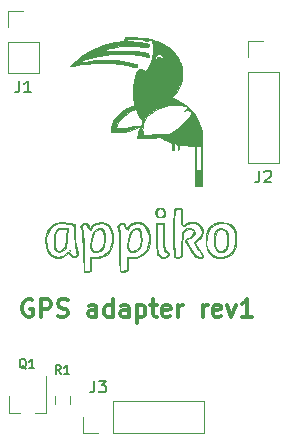
<source format=gto>
G04 #@! TF.GenerationSoftware,KiCad,Pcbnew,5.1.5-52549c5~84~ubuntu18.04.1*
G04 #@! TF.CreationDate,2020-02-14T16:30:54+05:30*
G04 #@! TF.ProjectId,SenseEle_GPS_adapter,53656e73-6545-46c6-955f-4750535f6164,rev?*
G04 #@! TF.SameCoordinates,Original*
G04 #@! TF.FileFunction,Legend,Top*
G04 #@! TF.FilePolarity,Positive*
%FSLAX46Y46*%
G04 Gerber Fmt 4.6, Leading zero omitted, Abs format (unit mm)*
G04 Created by KiCad (PCBNEW 5.1.5-52549c5~84~ubuntu18.04.1) date 2020-02-14 16:30:54*
%MOMM*%
%LPD*%
G04 APERTURE LIST*
%ADD10C,0.300000*%
%ADD11C,0.010000*%
%ADD12C,0.120000*%
%ADD13C,0.150000*%
G04 APERTURE END LIST*
D10*
X141742857Y-104400000D02*
X141600000Y-104328571D01*
X141385714Y-104328571D01*
X141171428Y-104400000D01*
X141028571Y-104542857D01*
X140957142Y-104685714D01*
X140885714Y-104971428D01*
X140885714Y-105185714D01*
X140957142Y-105471428D01*
X141028571Y-105614285D01*
X141171428Y-105757142D01*
X141385714Y-105828571D01*
X141528571Y-105828571D01*
X141742857Y-105757142D01*
X141814285Y-105685714D01*
X141814285Y-105185714D01*
X141528571Y-105185714D01*
X142457142Y-105828571D02*
X142457142Y-104328571D01*
X143028571Y-104328571D01*
X143171428Y-104400000D01*
X143242857Y-104471428D01*
X143314285Y-104614285D01*
X143314285Y-104828571D01*
X143242857Y-104971428D01*
X143171428Y-105042857D01*
X143028571Y-105114285D01*
X142457142Y-105114285D01*
X143885714Y-105757142D02*
X144100000Y-105828571D01*
X144457142Y-105828571D01*
X144600000Y-105757142D01*
X144671428Y-105685714D01*
X144742857Y-105542857D01*
X144742857Y-105400000D01*
X144671428Y-105257142D01*
X144600000Y-105185714D01*
X144457142Y-105114285D01*
X144171428Y-105042857D01*
X144028571Y-104971428D01*
X143957142Y-104900000D01*
X143885714Y-104757142D01*
X143885714Y-104614285D01*
X143957142Y-104471428D01*
X144028571Y-104400000D01*
X144171428Y-104328571D01*
X144528571Y-104328571D01*
X144742857Y-104400000D01*
X147171428Y-105828571D02*
X147171428Y-105042857D01*
X147100000Y-104900000D01*
X146957142Y-104828571D01*
X146671428Y-104828571D01*
X146528571Y-104900000D01*
X147171428Y-105757142D02*
X147028571Y-105828571D01*
X146671428Y-105828571D01*
X146528571Y-105757142D01*
X146457142Y-105614285D01*
X146457142Y-105471428D01*
X146528571Y-105328571D01*
X146671428Y-105257142D01*
X147028571Y-105257142D01*
X147171428Y-105185714D01*
X148528571Y-105828571D02*
X148528571Y-104328571D01*
X148528571Y-105757142D02*
X148385714Y-105828571D01*
X148100000Y-105828571D01*
X147957142Y-105757142D01*
X147885714Y-105685714D01*
X147814285Y-105542857D01*
X147814285Y-105114285D01*
X147885714Y-104971428D01*
X147957142Y-104900000D01*
X148100000Y-104828571D01*
X148385714Y-104828571D01*
X148528571Y-104900000D01*
X149885714Y-105828571D02*
X149885714Y-105042857D01*
X149814285Y-104900000D01*
X149671428Y-104828571D01*
X149385714Y-104828571D01*
X149242857Y-104900000D01*
X149885714Y-105757142D02*
X149742857Y-105828571D01*
X149385714Y-105828571D01*
X149242857Y-105757142D01*
X149171428Y-105614285D01*
X149171428Y-105471428D01*
X149242857Y-105328571D01*
X149385714Y-105257142D01*
X149742857Y-105257142D01*
X149885714Y-105185714D01*
X150600000Y-104828571D02*
X150600000Y-106328571D01*
X150600000Y-104900000D02*
X150742857Y-104828571D01*
X151028571Y-104828571D01*
X151171428Y-104900000D01*
X151242857Y-104971428D01*
X151314285Y-105114285D01*
X151314285Y-105542857D01*
X151242857Y-105685714D01*
X151171428Y-105757142D01*
X151028571Y-105828571D01*
X150742857Y-105828571D01*
X150600000Y-105757142D01*
X151742857Y-104828571D02*
X152314285Y-104828571D01*
X151957142Y-104328571D02*
X151957142Y-105614285D01*
X152028571Y-105757142D01*
X152171428Y-105828571D01*
X152314285Y-105828571D01*
X153385714Y-105757142D02*
X153242857Y-105828571D01*
X152957142Y-105828571D01*
X152814285Y-105757142D01*
X152742857Y-105614285D01*
X152742857Y-105042857D01*
X152814285Y-104900000D01*
X152957142Y-104828571D01*
X153242857Y-104828571D01*
X153385714Y-104900000D01*
X153457142Y-105042857D01*
X153457142Y-105185714D01*
X152742857Y-105328571D01*
X154100000Y-105828571D02*
X154100000Y-104828571D01*
X154100000Y-105114285D02*
X154171428Y-104971428D01*
X154242857Y-104900000D01*
X154385714Y-104828571D01*
X154528571Y-104828571D01*
X156171428Y-105828571D02*
X156171428Y-104828571D01*
X156171428Y-105114285D02*
X156242857Y-104971428D01*
X156314285Y-104900000D01*
X156457142Y-104828571D01*
X156600000Y-104828571D01*
X157671428Y-105757142D02*
X157528571Y-105828571D01*
X157242857Y-105828571D01*
X157100000Y-105757142D01*
X157028571Y-105614285D01*
X157028571Y-105042857D01*
X157100000Y-104900000D01*
X157242857Y-104828571D01*
X157528571Y-104828571D01*
X157671428Y-104900000D01*
X157742857Y-105042857D01*
X157742857Y-105185714D01*
X157028571Y-105328571D01*
X158242857Y-104828571D02*
X158600000Y-105828571D01*
X158957142Y-104828571D01*
X160314285Y-105828571D02*
X159457142Y-105828571D01*
X159885714Y-105828571D02*
X159885714Y-104328571D01*
X159742857Y-104542857D01*
X159600000Y-104685714D01*
X159457142Y-104757142D01*
D11*
G36*
X157989914Y-98358463D02*
G01*
X158192887Y-98552763D01*
X158304506Y-98881929D01*
X158326789Y-99350323D01*
X158306832Y-99621177D01*
X158249833Y-99974849D01*
X158151777Y-100190187D01*
X157988040Y-100297392D01*
X157733996Y-100326665D01*
X157731584Y-100326666D01*
X157482262Y-100297706D01*
X157321312Y-100187341D01*
X157258853Y-100103257D01*
X157160476Y-99859845D01*
X157116278Y-99497548D01*
X157115001Y-99434842D01*
X157188462Y-99434842D01*
X157230266Y-99768279D01*
X157320427Y-100019898D01*
X157358408Y-100072013D01*
X157579560Y-100211168D01*
X157829984Y-100220994D01*
X158049371Y-100107981D01*
X158138987Y-99988000D01*
X158228437Y-99693662D01*
X158251960Y-99340937D01*
X158215738Y-98983199D01*
X158125953Y-98673820D01*
X157988787Y-98466173D01*
X157960158Y-98444129D01*
X157729938Y-98381894D01*
X157483534Y-98450836D01*
X157354690Y-98553428D01*
X157250525Y-98766437D01*
X157195165Y-99080568D01*
X157188462Y-99434842D01*
X157115001Y-99434842D01*
X157112470Y-99310666D01*
X157143383Y-98852512D01*
X157241260Y-98539505D01*
X157413812Y-98358167D01*
X157668749Y-98295016D01*
X157693570Y-98294666D01*
X157989914Y-98358463D01*
G37*
X157989914Y-98358463D02*
X158192887Y-98552763D01*
X158304506Y-98881929D01*
X158326789Y-99350323D01*
X158306832Y-99621177D01*
X158249833Y-99974849D01*
X158151777Y-100190187D01*
X157988040Y-100297392D01*
X157733996Y-100326665D01*
X157731584Y-100326666D01*
X157482262Y-100297706D01*
X157321312Y-100187341D01*
X157258853Y-100103257D01*
X157160476Y-99859845D01*
X157116278Y-99497548D01*
X157115001Y-99434842D01*
X157188462Y-99434842D01*
X157230266Y-99768279D01*
X157320427Y-100019898D01*
X157358408Y-100072013D01*
X157579560Y-100211168D01*
X157829984Y-100220994D01*
X158049371Y-100107981D01*
X158138987Y-99988000D01*
X158228437Y-99693662D01*
X158251960Y-99340937D01*
X158215738Y-98983199D01*
X158125953Y-98673820D01*
X157988787Y-98466173D01*
X157960158Y-98444129D01*
X157729938Y-98381894D01*
X157483534Y-98450836D01*
X157354690Y-98553428D01*
X157250525Y-98766437D01*
X157195165Y-99080568D01*
X157188462Y-99434842D01*
X157115001Y-99434842D01*
X157112470Y-99310666D01*
X157143383Y-98852512D01*
X157241260Y-98539505D01*
X157413812Y-98358167D01*
X157668749Y-98295016D01*
X157693570Y-98294666D01*
X157989914Y-98358463D01*
G36*
X144955333Y-100199666D02*
G01*
X144913000Y-100242000D01*
X144870666Y-100199666D01*
X144913000Y-100157333D01*
X144955333Y-100199666D01*
G37*
X144955333Y-100199666D02*
X144913000Y-100242000D01*
X144870666Y-100199666D01*
X144913000Y-100157333D01*
X144955333Y-100199666D01*
G36*
X144688590Y-99050601D02*
G01*
X144664657Y-99451466D01*
X144624215Y-99726898D01*
X144558152Y-99920634D01*
X144481295Y-100045434D01*
X144268345Y-100233283D01*
X144019724Y-100313810D01*
X143789067Y-100277293D01*
X143678121Y-100191027D01*
X143601548Y-100003570D01*
X143560231Y-99705368D01*
X143553173Y-99351085D01*
X143553335Y-99348876D01*
X143643000Y-99348876D01*
X143674193Y-99790250D01*
X143764023Y-100087726D01*
X143906868Y-100236079D01*
X144097104Y-100230084D01*
X144329107Y-100064515D01*
X144369074Y-100023562D01*
X144473715Y-99890314D01*
X144539590Y-99732203D01*
X144578267Y-99503410D01*
X144601313Y-99158115D01*
X144604188Y-99092229D01*
X144634043Y-98379333D01*
X144299810Y-98379333D01*
X144008215Y-98415288D01*
X143812393Y-98537970D01*
X143697287Y-98769603D01*
X143647841Y-99132413D01*
X143643000Y-99348876D01*
X143553335Y-99348876D01*
X143579382Y-98995386D01*
X143637862Y-98692933D01*
X143708451Y-98524132D01*
X143823221Y-98384334D01*
X143968029Y-98316137D01*
X144204110Y-98295311D01*
X144288375Y-98294666D01*
X144718181Y-98294666D01*
X144688590Y-99050601D01*
G37*
X144688590Y-99050601D02*
X144664657Y-99451466D01*
X144624215Y-99726898D01*
X144558152Y-99920634D01*
X144481295Y-100045434D01*
X144268345Y-100233283D01*
X144019724Y-100313810D01*
X143789067Y-100277293D01*
X143678121Y-100191027D01*
X143601548Y-100003570D01*
X143560231Y-99705368D01*
X143553173Y-99351085D01*
X143553335Y-99348876D01*
X143643000Y-99348876D01*
X143674193Y-99790250D01*
X143764023Y-100087726D01*
X143906868Y-100236079D01*
X144097104Y-100230084D01*
X144329107Y-100064515D01*
X144369074Y-100023562D01*
X144473715Y-99890314D01*
X144539590Y-99732203D01*
X144578267Y-99503410D01*
X144601313Y-99158115D01*
X144604188Y-99092229D01*
X144634043Y-98379333D01*
X144299810Y-98379333D01*
X144008215Y-98415288D01*
X143812393Y-98537970D01*
X143697287Y-98769603D01*
X143647841Y-99132413D01*
X143643000Y-99348876D01*
X143553335Y-99348876D01*
X143579382Y-98995386D01*
X143637862Y-98692933D01*
X143708451Y-98524132D01*
X143823221Y-98384334D01*
X143968029Y-98316137D01*
X144204110Y-98295311D01*
X144288375Y-98294666D01*
X144718181Y-98294666D01*
X144688590Y-99050601D01*
G36*
X150696205Y-98323056D02*
G01*
X150845988Y-98418209D01*
X150936669Y-98619772D01*
X150981274Y-98951006D01*
X150991550Y-99234753D01*
X150968248Y-99686984D01*
X150872847Y-100000606D01*
X150691529Y-100195997D01*
X150410474Y-100293535D01*
X150262396Y-100310026D01*
X150020691Y-100317054D01*
X149895234Y-100281119D01*
X149834122Y-100179230D01*
X149815347Y-100111998D01*
X149795956Y-99910205D01*
X149864909Y-99910205D01*
X149894433Y-100109306D01*
X150016384Y-100220795D01*
X150225166Y-100246307D01*
X150465117Y-100191354D01*
X150680577Y-100061450D01*
X150714813Y-100028048D01*
X150823426Y-99889431D01*
X150883000Y-99730682D01*
X150906092Y-99498943D01*
X150906664Y-99220573D01*
X150886782Y-98888865D01*
X150843407Y-98628945D01*
X150791173Y-98498910D01*
X150610413Y-98393344D01*
X150393063Y-98422626D01*
X150184971Y-98573691D01*
X150094901Y-98697309D01*
X150001183Y-98933179D01*
X149925678Y-99255742D01*
X149877287Y-99602313D01*
X149864909Y-99910205D01*
X149795956Y-99910205D01*
X149785569Y-99802126D01*
X149812347Y-99410408D01*
X149885906Y-99010796D01*
X149996472Y-98677246D01*
X150008285Y-98652215D01*
X150135682Y-98440879D01*
X150285297Y-98342550D01*
X150474295Y-98311052D01*
X150696205Y-98323056D01*
G37*
X150696205Y-98323056D02*
X150845988Y-98418209D01*
X150936669Y-98619772D01*
X150981274Y-98951006D01*
X150991550Y-99234753D01*
X150968248Y-99686984D01*
X150872847Y-100000606D01*
X150691529Y-100195997D01*
X150410474Y-100293535D01*
X150262396Y-100310026D01*
X150020691Y-100317054D01*
X149895234Y-100281119D01*
X149834122Y-100179230D01*
X149815347Y-100111998D01*
X149795956Y-99910205D01*
X149864909Y-99910205D01*
X149894433Y-100109306D01*
X150016384Y-100220795D01*
X150225166Y-100246307D01*
X150465117Y-100191354D01*
X150680577Y-100061450D01*
X150714813Y-100028048D01*
X150823426Y-99889431D01*
X150883000Y-99730682D01*
X150906092Y-99498943D01*
X150906664Y-99220573D01*
X150886782Y-98888865D01*
X150843407Y-98628945D01*
X150791173Y-98498910D01*
X150610413Y-98393344D01*
X150393063Y-98422626D01*
X150184971Y-98573691D01*
X150094901Y-98697309D01*
X150001183Y-98933179D01*
X149925678Y-99255742D01*
X149877287Y-99602313D01*
X149864909Y-99910205D01*
X149795956Y-99910205D01*
X149785569Y-99802126D01*
X149812347Y-99410408D01*
X149885906Y-99010796D01*
X149996472Y-98677246D01*
X150008285Y-98652215D01*
X150135682Y-98440879D01*
X150285297Y-98342550D01*
X150474295Y-98311052D01*
X150696205Y-98323056D01*
G36*
X147557718Y-98317084D02*
G01*
X147700989Y-98398254D01*
X147795152Y-98584192D01*
X147863918Y-98904529D01*
X147875319Y-98978019D01*
X147888651Y-99349421D01*
X147832898Y-99724137D01*
X147721424Y-100039884D01*
X147614048Y-100195856D01*
X147430711Y-100286849D01*
X147146155Y-100326207D01*
X147109898Y-100326666D01*
X146872072Y-100314709D01*
X146749670Y-100260668D01*
X146689431Y-100137289D01*
X146681544Y-100107471D01*
X146662807Y-99910246D01*
X146732232Y-99910246D01*
X146761766Y-100109306D01*
X146881633Y-100213887D01*
X147090940Y-100244904D01*
X147328267Y-100205703D01*
X147532196Y-100099631D01*
X147568653Y-100065340D01*
X147700199Y-99856292D01*
X147787560Y-99599067D01*
X147788205Y-99595670D01*
X147812054Y-99299095D01*
X147790457Y-98976782D01*
X147732281Y-98687823D01*
X147646397Y-98491310D01*
X147617789Y-98460228D01*
X147412835Y-98385842D01*
X147189997Y-98454490D01*
X146991493Y-98650901D01*
X146962381Y-98697309D01*
X146868594Y-98933164D01*
X146793034Y-99255736D01*
X146744611Y-99602328D01*
X146732232Y-99910246D01*
X146662807Y-99910246D01*
X146652484Y-99801595D01*
X146679282Y-99413186D01*
X146752130Y-99015795D01*
X146861219Y-98682971D01*
X146875618Y-98652215D01*
X147003015Y-98440879D01*
X147152630Y-98342550D01*
X147341629Y-98311052D01*
X147557718Y-98317084D01*
G37*
X147557718Y-98317084D02*
X147700989Y-98398254D01*
X147795152Y-98584192D01*
X147863918Y-98904529D01*
X147875319Y-98978019D01*
X147888651Y-99349421D01*
X147832898Y-99724137D01*
X147721424Y-100039884D01*
X147614048Y-100195856D01*
X147430711Y-100286849D01*
X147146155Y-100326207D01*
X147109898Y-100326666D01*
X146872072Y-100314709D01*
X146749670Y-100260668D01*
X146689431Y-100137289D01*
X146681544Y-100107471D01*
X146662807Y-99910246D01*
X146732232Y-99910246D01*
X146761766Y-100109306D01*
X146881633Y-100213887D01*
X147090940Y-100244904D01*
X147328267Y-100205703D01*
X147532196Y-100099631D01*
X147568653Y-100065340D01*
X147700199Y-99856292D01*
X147787560Y-99599067D01*
X147788205Y-99595670D01*
X147812054Y-99299095D01*
X147790457Y-98976782D01*
X147732281Y-98687823D01*
X147646397Y-98491310D01*
X147617789Y-98460228D01*
X147412835Y-98385842D01*
X147189997Y-98454490D01*
X146991493Y-98650901D01*
X146962381Y-98697309D01*
X146868594Y-98933164D01*
X146793034Y-99255736D01*
X146744611Y-99602328D01*
X146732232Y-99910246D01*
X146662807Y-99910246D01*
X146652484Y-99801595D01*
X146679282Y-99413186D01*
X146752130Y-99015795D01*
X146861219Y-98682971D01*
X146875618Y-98652215D01*
X147003015Y-98440879D01*
X147152630Y-98342550D01*
X147341629Y-98311052D01*
X147557718Y-98317084D01*
G36*
X152823552Y-96642142D02*
G01*
X152975897Y-96818140D01*
X153007747Y-97054459D01*
X152933022Y-97250787D01*
X152779235Y-97361064D01*
X152550544Y-97407644D01*
X152334180Y-97375667D01*
X152300166Y-97358598D01*
X152189898Y-97207120D01*
X152156655Y-96989455D01*
X152260173Y-96989455D01*
X152292503Y-97191151D01*
X152322245Y-97237432D01*
X152459091Y-97347992D01*
X152622502Y-97335250D01*
X152750232Y-97275687D01*
X152887168Y-97129488D01*
X152904484Y-96943329D01*
X152826009Y-96767228D01*
X152675573Y-96651205D01*
X152477002Y-96645280D01*
X152453735Y-96653309D01*
X152320117Y-96782632D01*
X152260173Y-96989455D01*
X152156655Y-96989455D01*
X152154755Y-96977018D01*
X152202781Y-96745148D01*
X152230514Y-96693055D01*
X152362171Y-96608676D01*
X152573079Y-96573115D01*
X152575333Y-96573111D01*
X152823552Y-96642142D01*
G37*
X152823552Y-96642142D02*
X152975897Y-96818140D01*
X153007747Y-97054459D01*
X152933022Y-97250787D01*
X152779235Y-97361064D01*
X152550544Y-97407644D01*
X152334180Y-97375667D01*
X152300166Y-97358598D01*
X152189898Y-97207120D01*
X152156655Y-96989455D01*
X152260173Y-96989455D01*
X152292503Y-97191151D01*
X152322245Y-97237432D01*
X152459091Y-97347992D01*
X152622502Y-97335250D01*
X152750232Y-97275687D01*
X152887168Y-97129488D01*
X152904484Y-96943329D01*
X152826009Y-96767228D01*
X152675573Y-96651205D01*
X152477002Y-96645280D01*
X152453735Y-96653309D01*
X152320117Y-96782632D01*
X152260173Y-96989455D01*
X152156655Y-96989455D01*
X152154755Y-96977018D01*
X152202781Y-96745148D01*
X152230514Y-96693055D01*
X152362171Y-96608676D01*
X152573079Y-96573115D01*
X152575333Y-96573111D01*
X152823552Y-96642142D01*
G36*
X158159786Y-97832087D02*
G01*
X158527542Y-97972309D01*
X158786850Y-98234729D01*
X158943879Y-98626219D01*
X159004801Y-99153651D01*
X159005933Y-99286780D01*
X158952407Y-99843920D01*
X158796944Y-100268687D01*
X158533919Y-100567985D01*
X158157709Y-100748714D01*
X157762304Y-100813180D01*
X157396541Y-100813141D01*
X157117813Y-100748197D01*
X156978000Y-100682087D01*
X156712943Y-100446204D01*
X156527923Y-100099741D01*
X156423856Y-99681828D01*
X156416710Y-99536863D01*
X156485373Y-99536863D01*
X156568227Y-99959482D01*
X156745846Y-100321745D01*
X157007023Y-100575900D01*
X157367408Y-100716791D01*
X157780597Y-100741553D01*
X158175892Y-100649901D01*
X158312273Y-100581124D01*
X158625732Y-100324090D01*
X158821547Y-99993046D01*
X158913576Y-99558684D01*
X158925016Y-99285295D01*
X158891815Y-98805782D01*
X158781851Y-98447441D01*
X158580491Y-98173922D01*
X158426707Y-98047341D01*
X158102886Y-97907985D01*
X157710946Y-97870919D01*
X157317887Y-97936373D01*
X157078910Y-98042732D01*
X156794053Y-98306823D01*
X156599421Y-98670538D01*
X156496149Y-99093883D01*
X156485373Y-99536863D01*
X156416710Y-99536863D01*
X156401660Y-99231599D01*
X156462252Y-98788184D01*
X156606548Y-98390715D01*
X156835466Y-98078325D01*
X156915411Y-98011013D01*
X157185318Y-97881410D01*
X157577186Y-97814168D01*
X157677411Y-97807191D01*
X158159786Y-97832087D01*
G37*
X158159786Y-97832087D02*
X158527542Y-97972309D01*
X158786850Y-98234729D01*
X158943879Y-98626219D01*
X159004801Y-99153651D01*
X159005933Y-99286780D01*
X158952407Y-99843920D01*
X158796944Y-100268687D01*
X158533919Y-100567985D01*
X158157709Y-100748714D01*
X157762304Y-100813180D01*
X157396541Y-100813141D01*
X157117813Y-100748197D01*
X156978000Y-100682087D01*
X156712943Y-100446204D01*
X156527923Y-100099741D01*
X156423856Y-99681828D01*
X156416710Y-99536863D01*
X156485373Y-99536863D01*
X156568227Y-99959482D01*
X156745846Y-100321745D01*
X157007023Y-100575900D01*
X157367408Y-100716791D01*
X157780597Y-100741553D01*
X158175892Y-100649901D01*
X158312273Y-100581124D01*
X158625732Y-100324090D01*
X158821547Y-99993046D01*
X158913576Y-99558684D01*
X158925016Y-99285295D01*
X158891815Y-98805782D01*
X158781851Y-98447441D01*
X158580491Y-98173922D01*
X158426707Y-98047341D01*
X158102886Y-97907985D01*
X157710946Y-97870919D01*
X157317887Y-97936373D01*
X157078910Y-98042732D01*
X156794053Y-98306823D01*
X156599421Y-98670538D01*
X156496149Y-99093883D01*
X156485373Y-99536863D01*
X156416710Y-99536863D01*
X156401660Y-99231599D01*
X156462252Y-98788184D01*
X156606548Y-98390715D01*
X156835466Y-98078325D01*
X156915411Y-98011013D01*
X157185318Y-97881410D01*
X157577186Y-97814168D01*
X157677411Y-97807191D01*
X158159786Y-97832087D01*
G36*
X154332166Y-96591961D02*
G01*
X154387056Y-96653894D01*
X154420987Y-96840048D01*
X154436427Y-97168542D01*
X154438000Y-97369380D01*
X154440653Y-97728763D01*
X154452070Y-97944376D01*
X154477440Y-98041746D01*
X154521949Y-98046397D01*
X154567721Y-98007706D01*
X154790680Y-97880091D01*
X155112206Y-97809324D01*
X155467651Y-97807148D01*
X155581640Y-97823534D01*
X155884287Y-97957072D01*
X156081190Y-98214254D01*
X156160469Y-98577784D01*
X156161035Y-98667030D01*
X156128013Y-98916060D01*
X156018225Y-99107949D01*
X155851793Y-99269601D01*
X155551545Y-99529145D01*
X155890194Y-100061776D01*
X156048638Y-100335318D01*
X156153617Y-100564659D01*
X156185104Y-100705113D01*
X156182745Y-100714537D01*
X156069191Y-100803915D01*
X155866734Y-100831033D01*
X155644519Y-100794415D01*
X155512555Y-100728833D01*
X155400305Y-100604301D01*
X155243269Y-100380265D01*
X155067959Y-100101349D01*
X154900886Y-99812183D01*
X154768561Y-99557391D01*
X154697496Y-99381602D01*
X154692000Y-99347583D01*
X154761622Y-99239288D01*
X154932714Y-99120647D01*
X154967951Y-99102997D01*
X155232425Y-98933584D01*
X155383115Y-98744063D01*
X155400412Y-98564315D01*
X155363827Y-98499698D01*
X155174050Y-98388498D01*
X154932702Y-98396069D01*
X154700169Y-98514146D01*
X154613478Y-98602418D01*
X154535505Y-98720828D01*
X154484447Y-98863418D01*
X154454829Y-99066900D01*
X154441174Y-99367985D01*
X154438000Y-99778692D01*
X154434256Y-100204929D01*
X154420483Y-100490572D01*
X154392862Y-100664248D01*
X154347579Y-100754583D01*
X154304075Y-100783274D01*
X154003225Y-100824982D01*
X153781833Y-100778593D01*
X153746003Y-100722134D01*
X153718631Y-100574817D01*
X153698896Y-100320907D01*
X153685977Y-99944669D01*
X153679053Y-99430367D01*
X153677296Y-98774444D01*
X153679734Y-98310324D01*
X153760655Y-98310324D01*
X153760666Y-98701231D01*
X153763199Y-99257747D01*
X153770299Y-99756986D01*
X153781220Y-100174249D01*
X153795215Y-100484836D01*
X153811538Y-100664048D01*
X153820998Y-100697442D01*
X153942925Y-100734526D01*
X154096164Y-100732720D01*
X154186395Y-100717286D01*
X154248308Y-100676744D01*
X154288910Y-100582392D01*
X154315207Y-100405528D01*
X154334205Y-100117453D01*
X154352909Y-99689464D01*
X154353333Y-99679173D01*
X154383398Y-99160113D01*
X154431860Y-98787157D01*
X154510181Y-98537221D01*
X154629824Y-98387218D01*
X154802254Y-98314062D01*
X155038934Y-98294667D01*
X155040810Y-98294666D01*
X155308353Y-98351063D01*
X155461169Y-98495253D01*
X155498434Y-98689730D01*
X155419328Y-98896991D01*
X155223027Y-99079533D01*
X155059718Y-99157664D01*
X154872549Y-99240829D01*
X154779082Y-99312698D01*
X154776666Y-99321607D01*
X154817913Y-99425387D01*
X154924830Y-99628859D01*
X155072184Y-99888851D01*
X155234743Y-100162189D01*
X155387271Y-100405701D01*
X155504537Y-100576214D01*
X155524928Y-100601833D01*
X155651757Y-100683462D01*
X155836432Y-100739187D01*
X156014691Y-100758013D01*
X156122270Y-100728944D01*
X156131333Y-100705591D01*
X156089281Y-100617640D01*
X155978164Y-100425960D01*
X155820540Y-100169226D01*
X155792666Y-100124942D01*
X155628929Y-99855550D01*
X155508705Y-99638434D01*
X155454922Y-99515369D01*
X155454000Y-99507939D01*
X155516151Y-99409582D01*
X155669840Y-99268696D01*
X155712255Y-99236241D01*
X155981050Y-98961820D01*
X156089020Y-98660537D01*
X156038821Y-98360393D01*
X155838718Y-98073005D01*
X155547572Y-97908000D01*
X155199344Y-97873540D01*
X154827999Y-97977782D01*
X154710625Y-98041284D01*
X154559870Y-98126075D01*
X154459615Y-98145969D01*
X154398040Y-98078374D01*
X154363330Y-97900701D01*
X154343667Y-97590359D01*
X154333836Y-97321000D01*
X154319051Y-96984601D01*
X154296303Y-96784852D01*
X154255964Y-96689079D01*
X154188404Y-96664605D01*
X154141666Y-96668855D01*
X154020726Y-96688046D01*
X153928523Y-96718828D01*
X153861160Y-96781976D01*
X153814744Y-96898264D01*
X153785380Y-97088469D01*
X153769174Y-97373363D01*
X153762230Y-97773724D01*
X153760655Y-98310324D01*
X153679734Y-98310324D01*
X153680254Y-98211499D01*
X153687841Y-97703251D01*
X153699282Y-97274829D01*
X153713803Y-96951363D01*
X153730627Y-96757985D01*
X153740796Y-96715835D01*
X153875197Y-96634420D01*
X154112823Y-96590780D01*
X154332166Y-96591961D01*
G37*
X154332166Y-96591961D02*
X154387056Y-96653894D01*
X154420987Y-96840048D01*
X154436427Y-97168542D01*
X154438000Y-97369380D01*
X154440653Y-97728763D01*
X154452070Y-97944376D01*
X154477440Y-98041746D01*
X154521949Y-98046397D01*
X154567721Y-98007706D01*
X154790680Y-97880091D01*
X155112206Y-97809324D01*
X155467651Y-97807148D01*
X155581640Y-97823534D01*
X155884287Y-97957072D01*
X156081190Y-98214254D01*
X156160469Y-98577784D01*
X156161035Y-98667030D01*
X156128013Y-98916060D01*
X156018225Y-99107949D01*
X155851793Y-99269601D01*
X155551545Y-99529145D01*
X155890194Y-100061776D01*
X156048638Y-100335318D01*
X156153617Y-100564659D01*
X156185104Y-100705113D01*
X156182745Y-100714537D01*
X156069191Y-100803915D01*
X155866734Y-100831033D01*
X155644519Y-100794415D01*
X155512555Y-100728833D01*
X155400305Y-100604301D01*
X155243269Y-100380265D01*
X155067959Y-100101349D01*
X154900886Y-99812183D01*
X154768561Y-99557391D01*
X154697496Y-99381602D01*
X154692000Y-99347583D01*
X154761622Y-99239288D01*
X154932714Y-99120647D01*
X154967951Y-99102997D01*
X155232425Y-98933584D01*
X155383115Y-98744063D01*
X155400412Y-98564315D01*
X155363827Y-98499698D01*
X155174050Y-98388498D01*
X154932702Y-98396069D01*
X154700169Y-98514146D01*
X154613478Y-98602418D01*
X154535505Y-98720828D01*
X154484447Y-98863418D01*
X154454829Y-99066900D01*
X154441174Y-99367985D01*
X154438000Y-99778692D01*
X154434256Y-100204929D01*
X154420483Y-100490572D01*
X154392862Y-100664248D01*
X154347579Y-100754583D01*
X154304075Y-100783274D01*
X154003225Y-100824982D01*
X153781833Y-100778593D01*
X153746003Y-100722134D01*
X153718631Y-100574817D01*
X153698896Y-100320907D01*
X153685977Y-99944669D01*
X153679053Y-99430367D01*
X153677296Y-98774444D01*
X153679734Y-98310324D01*
X153760655Y-98310324D01*
X153760666Y-98701231D01*
X153763199Y-99257747D01*
X153770299Y-99756986D01*
X153781220Y-100174249D01*
X153795215Y-100484836D01*
X153811538Y-100664048D01*
X153820998Y-100697442D01*
X153942925Y-100734526D01*
X154096164Y-100732720D01*
X154186395Y-100717286D01*
X154248308Y-100676744D01*
X154288910Y-100582392D01*
X154315207Y-100405528D01*
X154334205Y-100117453D01*
X154352909Y-99689464D01*
X154353333Y-99679173D01*
X154383398Y-99160113D01*
X154431860Y-98787157D01*
X154510181Y-98537221D01*
X154629824Y-98387218D01*
X154802254Y-98314062D01*
X155038934Y-98294667D01*
X155040810Y-98294666D01*
X155308353Y-98351063D01*
X155461169Y-98495253D01*
X155498434Y-98689730D01*
X155419328Y-98896991D01*
X155223027Y-99079533D01*
X155059718Y-99157664D01*
X154872549Y-99240829D01*
X154779082Y-99312698D01*
X154776666Y-99321607D01*
X154817913Y-99425387D01*
X154924830Y-99628859D01*
X155072184Y-99888851D01*
X155234743Y-100162189D01*
X155387271Y-100405701D01*
X155504537Y-100576214D01*
X155524928Y-100601833D01*
X155651757Y-100683462D01*
X155836432Y-100739187D01*
X156014691Y-100758013D01*
X156122270Y-100728944D01*
X156131333Y-100705591D01*
X156089281Y-100617640D01*
X155978164Y-100425960D01*
X155820540Y-100169226D01*
X155792666Y-100124942D01*
X155628929Y-99855550D01*
X155508705Y-99638434D01*
X155454922Y-99515369D01*
X155454000Y-99507939D01*
X155516151Y-99409582D01*
X155669840Y-99268696D01*
X155712255Y-99236241D01*
X155981050Y-98961820D01*
X156089020Y-98660537D01*
X156038821Y-98360393D01*
X155838718Y-98073005D01*
X155547572Y-97908000D01*
X155199344Y-97873540D01*
X154827999Y-97977782D01*
X154710625Y-98041284D01*
X154559870Y-98126075D01*
X154459615Y-98145969D01*
X154398040Y-98078374D01*
X154363330Y-97900701D01*
X154343667Y-97590359D01*
X154333836Y-97321000D01*
X154319051Y-96984601D01*
X154296303Y-96784852D01*
X154255964Y-96689079D01*
X154188404Y-96664605D01*
X154141666Y-96668855D01*
X154020726Y-96688046D01*
X153928523Y-96718828D01*
X153861160Y-96781976D01*
X153814744Y-96898264D01*
X153785380Y-97088469D01*
X153769174Y-97373363D01*
X153762230Y-97773724D01*
X153760655Y-98310324D01*
X153679734Y-98310324D01*
X153680254Y-98211499D01*
X153687841Y-97703251D01*
X153699282Y-97274829D01*
X153713803Y-96951363D01*
X153730627Y-96757985D01*
X153740796Y-96715835D01*
X153875197Y-96634420D01*
X154112823Y-96590780D01*
X154332166Y-96591961D01*
G36*
X152914000Y-99022259D02*
G01*
X152915717Y-99485675D01*
X152923333Y-99807064D01*
X152940542Y-100013718D01*
X152971037Y-100132929D01*
X153018514Y-100191990D01*
X153075505Y-100215420D01*
X153233826Y-100328961D01*
X153283564Y-100513746D01*
X153207151Y-100698227D01*
X153196748Y-100709156D01*
X152977092Y-100818665D01*
X152700414Y-100803090D01*
X152533000Y-100733494D01*
X152370400Y-100617891D01*
X152301463Y-100545569D01*
X152279740Y-100432526D01*
X152261149Y-100182002D01*
X152247151Y-99825838D01*
X152239207Y-99395878D01*
X152237963Y-99162500D01*
X152236752Y-97956000D01*
X152321333Y-97956000D01*
X152321333Y-99180368D01*
X152322874Y-99662157D01*
X152330111Y-100004184D01*
X152346966Y-100236008D01*
X152377359Y-100387190D01*
X152425211Y-100487292D01*
X152494444Y-100565874D01*
X152506631Y-100577368D01*
X152742292Y-100718985D01*
X152981394Y-100738933D01*
X153144450Y-100655016D01*
X153202398Y-100511157D01*
X153151276Y-100375378D01*
X153041000Y-100326666D01*
X152959358Y-100302742D01*
X152901191Y-100215698D01*
X152862821Y-100042625D01*
X152840573Y-99760615D01*
X152830771Y-99346759D01*
X152829333Y-99007408D01*
X152829333Y-97956000D01*
X152321333Y-97956000D01*
X152236752Y-97956000D01*
X152236666Y-97871333D01*
X152914000Y-97871333D01*
X152914000Y-99022259D01*
G37*
X152914000Y-99022259D02*
X152915717Y-99485675D01*
X152923333Y-99807064D01*
X152940542Y-100013718D01*
X152971037Y-100132929D01*
X153018514Y-100191990D01*
X153075505Y-100215420D01*
X153233826Y-100328961D01*
X153283564Y-100513746D01*
X153207151Y-100698227D01*
X153196748Y-100709156D01*
X152977092Y-100818665D01*
X152700414Y-100803090D01*
X152533000Y-100733494D01*
X152370400Y-100617891D01*
X152301463Y-100545569D01*
X152279740Y-100432526D01*
X152261149Y-100182002D01*
X152247151Y-99825838D01*
X152239207Y-99395878D01*
X152237963Y-99162500D01*
X152236752Y-97956000D01*
X152321333Y-97956000D01*
X152321333Y-99180368D01*
X152322874Y-99662157D01*
X152330111Y-100004184D01*
X152346966Y-100236008D01*
X152377359Y-100387190D01*
X152425211Y-100487292D01*
X152494444Y-100565874D01*
X152506631Y-100577368D01*
X152742292Y-100718985D01*
X152981394Y-100738933D01*
X153144450Y-100655016D01*
X153202398Y-100511157D01*
X153151276Y-100375378D01*
X153041000Y-100326666D01*
X152959358Y-100302742D01*
X152901191Y-100215698D01*
X152862821Y-100042625D01*
X152840573Y-99760615D01*
X152830771Y-99346759D01*
X152829333Y-99007408D01*
X152829333Y-97956000D01*
X152321333Y-97956000D01*
X152236752Y-97956000D01*
X152236666Y-97871333D01*
X152914000Y-97871333D01*
X152914000Y-99022259D01*
G36*
X144889735Y-97865652D02*
G01*
X144951165Y-97878349D01*
X145378666Y-97970031D01*
X145380686Y-98830849D01*
X145389810Y-99322143D01*
X145419942Y-99707442D01*
X145479201Y-100049593D01*
X145575707Y-100411442D01*
X145591682Y-100464087D01*
X145600762Y-100597253D01*
X145500652Y-100687486D01*
X145365392Y-100741940D01*
X145137575Y-100785938D01*
X144979651Y-100709474D01*
X144848395Y-100489728D01*
X144836705Y-100462826D01*
X144763199Y-100436996D01*
X144678585Y-100513838D01*
X144436497Y-100695608D01*
X144103462Y-100803983D01*
X143747583Y-100823687D01*
X143516000Y-100774601D01*
X143216541Y-100577254D01*
X142997947Y-100245827D01*
X142869759Y-99799818D01*
X142838666Y-99390505D01*
X142840871Y-99369725D01*
X142923333Y-99369725D01*
X142944735Y-99725512D01*
X143001409Y-100026862D01*
X143048641Y-100154062D01*
X143292009Y-100480143D01*
X143602624Y-100682187D01*
X143946341Y-100746658D01*
X144289014Y-100660025D01*
X144304732Y-100651896D01*
X144498749Y-100509800D01*
X144597816Y-100401443D01*
X144733725Y-100304631D01*
X144875641Y-100316194D01*
X144953501Y-100426155D01*
X144955333Y-100452358D01*
X145025017Y-100613449D01*
X145194499Y-100684889D01*
X145346829Y-100662258D01*
X145447387Y-100613156D01*
X145486170Y-100535978D01*
X145468909Y-100384105D01*
X145410329Y-100145557D01*
X145357765Y-99853957D01*
X145317561Y-99461573D01*
X145296000Y-99036844D01*
X145294000Y-98877940D01*
X145291992Y-98476898D01*
X145267586Y-98213228D01*
X145193209Y-98055047D01*
X145041287Y-97970472D01*
X144784247Y-97927619D01*
X144447333Y-97898952D01*
X144127486Y-97881854D01*
X143911093Y-97902409D01*
X143734257Y-97972441D01*
X143602681Y-98055257D01*
X143241557Y-98366238D01*
X143024228Y-98724162D01*
X142930632Y-99167850D01*
X142923333Y-99369725D01*
X142840871Y-99369725D01*
X142898623Y-98825540D01*
X143076107Y-98381488D01*
X143367539Y-98060912D01*
X143769341Y-97866372D01*
X144277932Y-97800432D01*
X144889735Y-97865652D01*
G37*
X144889735Y-97865652D02*
X144951165Y-97878349D01*
X145378666Y-97970031D01*
X145380686Y-98830849D01*
X145389810Y-99322143D01*
X145419942Y-99707442D01*
X145479201Y-100049593D01*
X145575707Y-100411442D01*
X145591682Y-100464087D01*
X145600762Y-100597253D01*
X145500652Y-100687486D01*
X145365392Y-100741940D01*
X145137575Y-100785938D01*
X144979651Y-100709474D01*
X144848395Y-100489728D01*
X144836705Y-100462826D01*
X144763199Y-100436996D01*
X144678585Y-100513838D01*
X144436497Y-100695608D01*
X144103462Y-100803983D01*
X143747583Y-100823687D01*
X143516000Y-100774601D01*
X143216541Y-100577254D01*
X142997947Y-100245827D01*
X142869759Y-99799818D01*
X142838666Y-99390505D01*
X142840871Y-99369725D01*
X142923333Y-99369725D01*
X142944735Y-99725512D01*
X143001409Y-100026862D01*
X143048641Y-100154062D01*
X143292009Y-100480143D01*
X143602624Y-100682187D01*
X143946341Y-100746658D01*
X144289014Y-100660025D01*
X144304732Y-100651896D01*
X144498749Y-100509800D01*
X144597816Y-100401443D01*
X144733725Y-100304631D01*
X144875641Y-100316194D01*
X144953501Y-100426155D01*
X144955333Y-100452358D01*
X145025017Y-100613449D01*
X145194499Y-100684889D01*
X145346829Y-100662258D01*
X145447387Y-100613156D01*
X145486170Y-100535978D01*
X145468909Y-100384105D01*
X145410329Y-100145557D01*
X145357765Y-99853957D01*
X145317561Y-99461573D01*
X145296000Y-99036844D01*
X145294000Y-98877940D01*
X145291992Y-98476898D01*
X145267586Y-98213228D01*
X145193209Y-98055047D01*
X145041287Y-97970472D01*
X144784247Y-97927619D01*
X144447333Y-97898952D01*
X144127486Y-97881854D01*
X143911093Y-97902409D01*
X143734257Y-97972441D01*
X143602681Y-98055257D01*
X143241557Y-98366238D01*
X143024228Y-98724162D01*
X142930632Y-99167850D01*
X142923333Y-99369725D01*
X142840871Y-99369725D01*
X142898623Y-98825540D01*
X143076107Y-98381488D01*
X143367539Y-98060912D01*
X143769341Y-97866372D01*
X144277932Y-97800432D01*
X144889735Y-97865652D01*
G36*
X150863637Y-97819334D02*
G01*
X151190455Y-97944541D01*
X151440051Y-98194522D01*
X151611450Y-98556601D01*
X151698751Y-98989756D01*
X151696054Y-99452959D01*
X151597457Y-99905188D01*
X151504293Y-100126405D01*
X151258168Y-100438578D01*
X150898683Y-100676559D01*
X150475225Y-100812918D01*
X150229060Y-100834666D01*
X149866000Y-100834666D01*
X149866000Y-101375941D01*
X149855268Y-101693653D01*
X149817867Y-101877634D01*
X149745992Y-101962430D01*
X149732075Y-101968608D01*
X149523797Y-102013002D01*
X149306133Y-102012081D01*
X149163685Y-101966593D01*
X149160444Y-101963555D01*
X149142788Y-101864957D01*
X149127390Y-101624291D01*
X149115177Y-101268816D01*
X149107073Y-100825791D01*
X149104004Y-100322476D01*
X149104000Y-100301211D01*
X149098383Y-99683107D01*
X149082332Y-99152427D01*
X149057045Y-98732767D01*
X149023721Y-98447722D01*
X149005768Y-98367443D01*
X148944735Y-98131856D01*
X148946685Y-98119274D01*
X149043073Y-98119274D01*
X149057266Y-98271598D01*
X149092547Y-98382875D01*
X149128388Y-98576637D01*
X149156795Y-98919474D01*
X149176758Y-99391246D01*
X149187269Y-99971817D01*
X149188666Y-100302331D01*
X149188666Y-101946062D01*
X149739000Y-101893000D01*
X149789070Y-100750000D01*
X150174572Y-100750000D01*
X150490316Y-100717284D01*
X150793334Y-100636063D01*
X150855593Y-100609767D01*
X151183734Y-100378846D01*
X151419229Y-100061737D01*
X151564742Y-99687571D01*
X151622936Y-99285478D01*
X151596475Y-98884591D01*
X151488023Y-98514041D01*
X151300244Y-98202958D01*
X151035801Y-97980473D01*
X150697360Y-97875719D01*
X150605181Y-97871333D01*
X150350278Y-97918942D01*
X150106377Y-98038872D01*
X149927289Y-98196775D01*
X149866000Y-98343145D01*
X149824845Y-98441956D01*
X149727197Y-98419869D01*
X149611781Y-98296012D01*
X149553602Y-98188833D01*
X149419835Y-97998486D01*
X149248531Y-97970201D01*
X149113714Y-98032871D01*
X149043073Y-98119274D01*
X148946685Y-98119274D01*
X148964161Y-98006565D01*
X149091386Y-97941080D01*
X149256548Y-97904323D01*
X149450703Y-97885987D01*
X149554914Y-97958653D01*
X149609999Y-98077738D01*
X149696249Y-98304593D01*
X149891940Y-98077090D01*
X150153480Y-97891077D01*
X150497338Y-97803121D01*
X150863637Y-97819334D01*
G37*
X150863637Y-97819334D02*
X151190455Y-97944541D01*
X151440051Y-98194522D01*
X151611450Y-98556601D01*
X151698751Y-98989756D01*
X151696054Y-99452959D01*
X151597457Y-99905188D01*
X151504293Y-100126405D01*
X151258168Y-100438578D01*
X150898683Y-100676559D01*
X150475225Y-100812918D01*
X150229060Y-100834666D01*
X149866000Y-100834666D01*
X149866000Y-101375941D01*
X149855268Y-101693653D01*
X149817867Y-101877634D01*
X149745992Y-101962430D01*
X149732075Y-101968608D01*
X149523797Y-102013002D01*
X149306133Y-102012081D01*
X149163685Y-101966593D01*
X149160444Y-101963555D01*
X149142788Y-101864957D01*
X149127390Y-101624291D01*
X149115177Y-101268816D01*
X149107073Y-100825791D01*
X149104004Y-100322476D01*
X149104000Y-100301211D01*
X149098383Y-99683107D01*
X149082332Y-99152427D01*
X149057045Y-98732767D01*
X149023721Y-98447722D01*
X149005768Y-98367443D01*
X148944735Y-98131856D01*
X148946685Y-98119274D01*
X149043073Y-98119274D01*
X149057266Y-98271598D01*
X149092547Y-98382875D01*
X149128388Y-98576637D01*
X149156795Y-98919474D01*
X149176758Y-99391246D01*
X149187269Y-99971817D01*
X149188666Y-100302331D01*
X149188666Y-101946062D01*
X149739000Y-101893000D01*
X149789070Y-100750000D01*
X150174572Y-100750000D01*
X150490316Y-100717284D01*
X150793334Y-100636063D01*
X150855593Y-100609767D01*
X151183734Y-100378846D01*
X151419229Y-100061737D01*
X151564742Y-99687571D01*
X151622936Y-99285478D01*
X151596475Y-98884591D01*
X151488023Y-98514041D01*
X151300244Y-98202958D01*
X151035801Y-97980473D01*
X150697360Y-97875719D01*
X150605181Y-97871333D01*
X150350278Y-97918942D01*
X150106377Y-98038872D01*
X149927289Y-98196775D01*
X149866000Y-98343145D01*
X149824845Y-98441956D01*
X149727197Y-98419869D01*
X149611781Y-98296012D01*
X149553602Y-98188833D01*
X149419835Y-97998486D01*
X149248531Y-97970201D01*
X149113714Y-98032871D01*
X149043073Y-98119274D01*
X148946685Y-98119274D01*
X148964161Y-98006565D01*
X149091386Y-97941080D01*
X149256548Y-97904323D01*
X149450703Y-97885987D01*
X149554914Y-97958653D01*
X149609999Y-98077738D01*
X149696249Y-98304593D01*
X149891940Y-98077090D01*
X150153480Y-97891077D01*
X150497338Y-97803121D01*
X150863637Y-97819334D01*
G36*
X147853057Y-97844874D02*
G01*
X148139623Y-97988619D01*
X148227243Y-98072266D01*
X148449530Y-98445163D01*
X148565913Y-98892238D01*
X148579693Y-99369854D01*
X148494172Y-99834375D01*
X148312652Y-100242165D01*
X148039902Y-100548469D01*
X147752113Y-100709092D01*
X147382292Y-100796601D01*
X147247947Y-100811521D01*
X146740548Y-100857530D01*
X146691000Y-101977666D01*
X146384404Y-102003294D01*
X146077809Y-102028921D01*
X146032476Y-100352294D01*
X146010644Y-99739233D01*
X145981254Y-99205597D01*
X145946179Y-98775940D01*
X145907292Y-98474818D01*
X145880388Y-98358238D01*
X145813229Y-98127318D01*
X145819845Y-98086464D01*
X145920397Y-98086464D01*
X145924912Y-98239328D01*
X146026101Y-98718337D01*
X146095476Y-99357711D01*
X146132506Y-100151398D01*
X146138964Y-100686500D01*
X146140666Y-101935333D01*
X146648666Y-101935333D01*
X146648666Y-100770352D01*
X147141036Y-100734737D01*
X147635635Y-100636120D01*
X148016143Y-100416053D01*
X148293081Y-100067743D01*
X148350006Y-99954042D01*
X148494783Y-99463304D01*
X148499239Y-98970812D01*
X148368188Y-98515715D01*
X148129601Y-98161075D01*
X147916537Y-97969418D01*
X147711600Y-97885721D01*
X147517920Y-97871333D01*
X147235357Y-97917032D01*
X146977288Y-98034102D01*
X146793667Y-98192501D01*
X146733333Y-98343145D01*
X146665425Y-98450030D01*
X146606333Y-98464000D01*
X146501291Y-98394107D01*
X146479333Y-98305033D01*
X146408486Y-98100976D01*
X146233072Y-97991463D01*
X146052322Y-97999500D01*
X145920397Y-98086464D01*
X145819845Y-98086464D01*
X145833138Y-98004386D01*
X145967725Y-97938879D01*
X146128797Y-97903340D01*
X146323625Y-97883419D01*
X146429331Y-97955564D01*
X146498777Y-98108185D01*
X146569157Y-98277468D01*
X146618214Y-98301979D01*
X146681971Y-98196274D01*
X146687822Y-98184562D01*
X146881380Y-97969777D01*
X147173638Y-97839122D01*
X147514296Y-97796264D01*
X147853057Y-97844874D01*
G37*
X147853057Y-97844874D02*
X148139623Y-97988619D01*
X148227243Y-98072266D01*
X148449530Y-98445163D01*
X148565913Y-98892238D01*
X148579693Y-99369854D01*
X148494172Y-99834375D01*
X148312652Y-100242165D01*
X148039902Y-100548469D01*
X147752113Y-100709092D01*
X147382292Y-100796601D01*
X147247947Y-100811521D01*
X146740548Y-100857530D01*
X146691000Y-101977666D01*
X146384404Y-102003294D01*
X146077809Y-102028921D01*
X146032476Y-100352294D01*
X146010644Y-99739233D01*
X145981254Y-99205597D01*
X145946179Y-98775940D01*
X145907292Y-98474818D01*
X145880388Y-98358238D01*
X145813229Y-98127318D01*
X145819845Y-98086464D01*
X145920397Y-98086464D01*
X145924912Y-98239328D01*
X146026101Y-98718337D01*
X146095476Y-99357711D01*
X146132506Y-100151398D01*
X146138964Y-100686500D01*
X146140666Y-101935333D01*
X146648666Y-101935333D01*
X146648666Y-100770352D01*
X147141036Y-100734737D01*
X147635635Y-100636120D01*
X148016143Y-100416053D01*
X148293081Y-100067743D01*
X148350006Y-99954042D01*
X148494783Y-99463304D01*
X148499239Y-98970812D01*
X148368188Y-98515715D01*
X148129601Y-98161075D01*
X147916537Y-97969418D01*
X147711600Y-97885721D01*
X147517920Y-97871333D01*
X147235357Y-97917032D01*
X146977288Y-98034102D01*
X146793667Y-98192501D01*
X146733333Y-98343145D01*
X146665425Y-98450030D01*
X146606333Y-98464000D01*
X146501291Y-98394107D01*
X146479333Y-98305033D01*
X146408486Y-98100976D01*
X146233072Y-97991463D01*
X146052322Y-97999500D01*
X145920397Y-98086464D01*
X145819845Y-98086464D01*
X145833138Y-98004386D01*
X145967725Y-97938879D01*
X146128797Y-97903340D01*
X146323625Y-97883419D01*
X146429331Y-97955564D01*
X146498777Y-98108185D01*
X146569157Y-98277468D01*
X146618214Y-98301979D01*
X146681971Y-98196274D01*
X146687822Y-98184562D01*
X146881380Y-97969777D01*
X147173638Y-97839122D01*
X147514296Y-97796264D01*
X147853057Y-97844874D01*
G36*
X149873348Y-82096466D02*
G01*
X149946362Y-82113616D01*
X149955715Y-82123806D01*
X149997979Y-82137710D01*
X150112429Y-82148991D01*
X150280547Y-82156331D01*
X150443304Y-82158484D01*
X150873730Y-82179364D01*
X151329996Y-82237289D01*
X151783289Y-82326592D01*
X152204796Y-82441601D01*
X152563444Y-82575641D01*
X152990790Y-82802828D01*
X153385341Y-83084719D01*
X153723935Y-83403689D01*
X153854606Y-83558125D01*
X153996427Y-83748131D01*
X154102953Y-83914901D01*
X154192050Y-84090244D01*
X154281583Y-84305973D01*
X154296858Y-84345619D01*
X154344028Y-84477158D01*
X154376530Y-84595599D01*
X154397020Y-84721019D01*
X154408152Y-84873497D01*
X154412580Y-85073112D01*
X154413124Y-85225000D01*
X154411451Y-85462942D01*
X154404668Y-85641593D01*
X154390130Y-85781010D01*
X154365192Y-85901248D01*
X154327209Y-86022362D01*
X154297306Y-86103145D01*
X154193153Y-86355429D01*
X154087050Y-86561142D01*
X153960175Y-86751702D01*
X153793703Y-86958529D01*
X153764424Y-86992585D01*
X153661434Y-87114388D01*
X153585742Y-87209204D01*
X153549249Y-87261904D01*
X153548046Y-87267686D01*
X153593191Y-87287527D01*
X153697790Y-87330233D01*
X153828166Y-87382188D01*
X154187096Y-87553850D01*
X154552805Y-87782572D01*
X154901626Y-88050645D01*
X155209895Y-88340357D01*
X155395579Y-88555147D01*
X155677185Y-88965429D01*
X155885718Y-89382756D01*
X156035259Y-89836197D01*
X156055502Y-89917599D01*
X156076351Y-90050805D01*
X156093676Y-90256211D01*
X156107404Y-90526701D01*
X156117465Y-90855159D01*
X156123784Y-91234467D01*
X156126289Y-91657508D01*
X156124909Y-92117167D01*
X156119571Y-92606326D01*
X156110202Y-93117868D01*
X156096731Y-93644678D01*
X156094246Y-93728046D01*
X156064403Y-94710312D01*
X155549169Y-94710312D01*
X155519326Y-93728046D01*
X155510446Y-93404944D01*
X155502609Y-93060789D01*
X155496233Y-92718838D01*
X155491735Y-92402343D01*
X155489535Y-92134560D01*
X155489384Y-92063603D01*
X155489286Y-91381426D01*
X155296518Y-91360940D01*
X155158399Y-91346303D01*
X155069209Y-91336875D01*
X155580000Y-91336875D01*
X155580000Y-93360937D01*
X156033572Y-93360937D01*
X156033572Y-91336875D01*
X155580000Y-91336875D01*
X155069209Y-91336875D01*
X154967096Y-91326081D01*
X154759488Y-91304171D01*
X154718215Y-91299820D01*
X154527959Y-91278101D01*
X154362222Y-91256202D01*
X154249594Y-91237990D01*
X154230625Y-91233870D01*
X154176211Y-91224814D01*
X154145659Y-91242346D01*
X154132098Y-91302443D01*
X154128658Y-91421080D01*
X154128572Y-91471152D01*
X154122265Y-91607776D01*
X154105510Y-91701522D01*
X154083215Y-91733750D01*
X154059864Y-91697090D01*
X154043758Y-91599044D01*
X154037858Y-91459819D01*
X154036157Y-91315402D01*
X154024979Y-91230102D01*
X153995210Y-91183661D01*
X153937737Y-91155822D01*
X153895018Y-91142319D01*
X153793567Y-91112678D01*
X153737906Y-91098877D01*
X153736268Y-91098750D01*
X153728879Y-91135304D01*
X153723315Y-91232446D01*
X153720517Y-91371390D01*
X153720358Y-91416250D01*
X153717153Y-91579156D01*
X153705526Y-91676922D01*
X153682457Y-91723642D01*
X153652322Y-91733750D01*
X153618225Y-91719297D01*
X153597394Y-91666705D01*
X153587018Y-91562118D01*
X153584286Y-91398315D01*
X153584286Y-91062880D01*
X153198149Y-90904549D01*
X153008912Y-90823693D01*
X152834782Y-90743587D01*
X152703972Y-90677412D01*
X152670091Y-90657793D01*
X152575211Y-90605537D01*
X152493655Y-90589354D01*
X152384559Y-90604857D01*
X152319175Y-90620132D01*
X152162846Y-90646478D01*
X151942297Y-90668691D01*
X151683954Y-90685629D01*
X151414246Y-90696149D01*
X151159602Y-90699109D01*
X150946450Y-90693367D01*
X150839920Y-90684071D01*
X150624295Y-90655778D01*
X150654523Y-90397614D01*
X150686038Y-90220725D01*
X150735087Y-90039298D01*
X150747273Y-90006133D01*
X151062090Y-90006133D01*
X151068501Y-90175749D01*
X151079050Y-90282574D01*
X151098954Y-90343183D01*
X151133429Y-90374154D01*
X151183160Y-90390894D01*
X151306416Y-90405736D01*
X151449840Y-90401503D01*
X151452500Y-90401199D01*
X151549112Y-90393945D01*
X151718148Y-90385338D01*
X151941352Y-90376141D01*
X152200466Y-90367119D01*
X152427679Y-90360368D01*
X152721378Y-90351741D01*
X152940088Y-90342997D01*
X153099510Y-90332211D01*
X153215348Y-90317461D01*
X153303301Y-90296821D01*
X153379073Y-90268367D01*
X153448215Y-90235301D01*
X153960132Y-89935917D01*
X154401495Y-89587553D01*
X154775886Y-89186964D01*
X155059399Y-88777665D01*
X155272444Y-88421112D01*
X155121423Y-88367192D01*
X154931453Y-88332312D01*
X154794703Y-88337855D01*
X154619004Y-88362439D01*
X154713967Y-88256804D01*
X154797854Y-88140660D01*
X154811450Y-88050352D01*
X154749950Y-87981188D01*
X154608547Y-87928474D01*
X154382435Y-87887517D01*
X154328718Y-87880580D01*
X153810883Y-87856367D01*
X153295548Y-87909811D01*
X152790119Y-88039310D01*
X152301996Y-88243263D01*
X152073664Y-88368533D01*
X151718936Y-88604703D01*
X151447939Y-88846529D01*
X151253892Y-89104989D01*
X151130015Y-89391058D01*
X151069529Y-89715713D01*
X151062090Y-90006133D01*
X150747273Y-90006133D01*
X150772728Y-89936856D01*
X150825889Y-89797442D01*
X150834238Y-89723371D01*
X150797018Y-89710603D01*
X150735950Y-89740547D01*
X150362762Y-89927488D01*
X149931757Y-90065449D01*
X149459852Y-90150438D01*
X148963966Y-90178466D01*
X148883857Y-90177406D01*
X148390893Y-90166093D01*
X148401400Y-89921481D01*
X148434311Y-89731209D01*
X148831589Y-89731209D01*
X148843977Y-89810777D01*
X148917452Y-89852101D01*
X149063904Y-89866397D01*
X149149202Y-89867043D01*
X149361843Y-89856759D01*
X149591159Y-89832025D01*
X149706250Y-89813414D01*
X149890521Y-89772339D01*
X150070079Y-89723233D01*
X150159822Y-89693488D01*
X150398222Y-89641746D01*
X150634883Y-89634993D01*
X150928515Y-89644190D01*
X150995225Y-89456232D01*
X151032488Y-89337620D01*
X151036774Y-89260899D01*
X151006935Y-89193630D01*
X150984795Y-89161559D01*
X150902275Y-89034900D01*
X150800913Y-88861389D01*
X150695550Y-88667872D01*
X150601027Y-88481199D01*
X150559510Y-88392227D01*
X150476138Y-88205861D01*
X150273881Y-88285096D01*
X150150938Y-88337258D01*
X150066537Y-88380488D01*
X150047687Y-88394706D01*
X149999322Y-88432426D01*
X149900296Y-88497218D01*
X149815566Y-88548982D01*
X149496416Y-88774740D01*
X149220200Y-89041067D01*
X149002928Y-89330158D01*
X148868402Y-89602183D01*
X148831589Y-89731209D01*
X148434311Y-89731209D01*
X148457461Y-89597373D01*
X148593646Y-89266046D01*
X148802662Y-88941486D01*
X149064634Y-88649673D01*
X149268853Y-88478291D01*
X149516134Y-88308065D01*
X149778970Y-88155448D01*
X150029850Y-88036898D01*
X150175083Y-87985436D01*
X150393492Y-87921961D01*
X150330752Y-87674808D01*
X150260760Y-87275045D01*
X150237947Y-86834236D01*
X150260289Y-86376186D01*
X150325762Y-85924699D01*
X150432343Y-85503579D01*
X150539555Y-85218570D01*
X150623319Y-85029077D01*
X150685644Y-84903500D01*
X150742185Y-84833321D01*
X150808600Y-84810021D01*
X150900543Y-84825082D01*
X151033671Y-84869985D01*
X151122211Y-84901541D01*
X151358886Y-84984716D01*
X151521746Y-84741573D01*
X151720243Y-84383254D01*
X151865078Y-83990441D01*
X151902137Y-83818274D01*
X152142856Y-83818274D01*
X152158420Y-83945952D01*
X152259794Y-84059292D01*
X152336965Y-84105502D01*
X152411971Y-84140263D01*
X152468103Y-84145108D01*
X152541420Y-84116092D01*
X152620447Y-84074497D01*
X152736189Y-83974735D01*
X152769855Y-83851253D01*
X152719199Y-83718027D01*
X152684572Y-83675359D01*
X152565676Y-83602964D01*
X152419838Y-83588577D01*
X152281198Y-83631519D01*
X152215530Y-83684680D01*
X152142856Y-83818274D01*
X151902137Y-83818274D01*
X151953001Y-83581979D01*
X151980768Y-83176711D01*
X151945132Y-82793481D01*
X151893192Y-82585781D01*
X151850471Y-82479092D01*
X151806162Y-82407708D01*
X151794887Y-82397873D01*
X151694858Y-82369052D01*
X151590687Y-82381371D01*
X151525781Y-82429465D01*
X151524966Y-82431240D01*
X151464501Y-82472551D01*
X151353026Y-82463300D01*
X151206512Y-82406461D01*
X151115088Y-82354939D01*
X151046513Y-82317630D01*
X150969985Y-82292815D01*
X150866021Y-82278035D01*
X150715136Y-82270830D01*
X150497845Y-82268742D01*
X150431965Y-82268730D01*
X150196213Y-82270209D01*
X150030275Y-82276092D01*
X149913268Y-82289233D01*
X149824310Y-82312488D01*
X149742516Y-82348711D01*
X149706250Y-82367949D01*
X149524822Y-82466718D01*
X149865000Y-82475498D01*
X150119766Y-82487426D01*
X150399896Y-82509441D01*
X150687349Y-82539164D01*
X150964083Y-82574217D01*
X151212056Y-82612221D01*
X151413229Y-82650799D01*
X151549559Y-82687572D01*
X151583341Y-82702014D01*
X151607255Y-82759545D01*
X151587961Y-82825311D01*
X151567389Y-82897342D01*
X151578355Y-82924331D01*
X151573392Y-82941143D01*
X151532422Y-82965723D01*
X151445228Y-82982501D01*
X151293449Y-82972665D01*
X151112133Y-82944194D01*
X150490286Y-82867534D01*
X149844276Y-82859012D01*
X149166668Y-82918857D01*
X148568172Y-83022012D01*
X148310425Y-83081157D01*
X148074707Y-83145710D01*
X147874505Y-83210875D01*
X147723307Y-83271854D01*
X147634600Y-83323847D01*
X147619642Y-83359433D01*
X147668576Y-83386257D01*
X147682339Y-83382515D01*
X147769181Y-83359202D01*
X147931299Y-83337359D01*
X148153257Y-83317651D01*
X148419622Y-83300742D01*
X148714959Y-83287295D01*
X149023833Y-83277975D01*
X149330811Y-83273446D01*
X149620458Y-83274372D01*
X149877340Y-83281418D01*
X149948686Y-83284992D01*
X150169313Y-83300744D01*
X150416955Y-83323624D01*
X150674699Y-83351455D01*
X150925634Y-83382058D01*
X151152850Y-83413257D01*
X151339434Y-83442875D01*
X151468475Y-83468733D01*
X151522096Y-83487573D01*
X151540274Y-83529163D01*
X151571165Y-83619084D01*
X151580995Y-83650030D01*
X151608227Y-83746724D01*
X151600368Y-83785884D01*
X151546488Y-83786483D01*
X151506364Y-83779595D01*
X151131816Y-83714289D01*
X150817530Y-83665146D01*
X150538269Y-83629962D01*
X150268799Y-83606532D01*
X149983883Y-83592653D01*
X149658287Y-83586119D01*
X149275358Y-83584719D01*
X148888454Y-83586718D01*
X148570441Y-83593180D01*
X148299543Y-83605956D01*
X148053987Y-83626893D01*
X147811996Y-83657842D01*
X147551796Y-83700651D01*
X147256965Y-83756124D01*
X146945720Y-83825193D01*
X146606153Y-83914229D01*
X146275090Y-84012798D01*
X145989361Y-84110470D01*
X145941608Y-84128701D01*
X145624108Y-84252656D01*
X145782858Y-84274574D01*
X145902902Y-84281067D01*
X145985759Y-84267871D01*
X145991138Y-84264997D01*
X146049722Y-84247559D01*
X146062363Y-84252483D01*
X146113075Y-84253276D01*
X146233310Y-84240613D01*
X146403698Y-84216844D01*
X146557118Y-84192415D01*
X147246592Y-84097685D01*
X147871353Y-84054608D01*
X148429635Y-84063292D01*
X148545583Y-84072361D01*
X148941802Y-84113789D01*
X149324776Y-84163979D01*
X149670938Y-84219418D01*
X149956720Y-84276593D01*
X150023750Y-84292697D01*
X150203406Y-84336660D01*
X150385980Y-84379306D01*
X150443881Y-84392243D01*
X150561754Y-84422954D01*
X150607350Y-84453970D01*
X150597889Y-84498560D01*
X150592888Y-84507072D01*
X150566188Y-84573826D01*
X150570728Y-84598970D01*
X150561241Y-84636281D01*
X150535114Y-84659944D01*
X150471383Y-84674283D01*
X150346411Y-84664111D01*
X150150123Y-84628330D01*
X150053781Y-84607578D01*
X149227628Y-84454148D01*
X148404913Y-84359425D01*
X147603319Y-84324860D01*
X146892761Y-84347943D01*
X146386827Y-84390870D01*
X145949428Y-84442030D01*
X145558590Y-84504368D01*
X145244824Y-84568738D01*
X145089343Y-84600135D01*
X144966299Y-84617967D01*
X144906314Y-84618768D01*
X144911431Y-84586506D01*
X144975007Y-84511816D01*
X145086321Y-84403616D01*
X145234656Y-84270824D01*
X145409291Y-84122359D01*
X145599507Y-83967138D01*
X145794585Y-83814081D01*
X145983806Y-83672106D01*
X146156451Y-83550131D01*
X146301801Y-83457074D01*
X146304465Y-83455506D01*
X146632432Y-83276151D01*
X146989964Y-83103563D01*
X147352676Y-82948115D01*
X147696181Y-82820179D01*
X147996093Y-82730129D01*
X148028036Y-82722352D01*
X148377295Y-82643897D01*
X148664580Y-82588931D01*
X148912940Y-82553274D01*
X149022385Y-82542032D01*
X149265234Y-82505154D01*
X149428464Y-82442512D01*
X149519926Y-82349377D01*
X149547500Y-82225713D01*
X149552045Y-82142130D01*
X149582138Y-82102550D01*
X149662462Y-82090523D01*
X149751608Y-82089687D01*
X149873348Y-82096466D01*
G37*
X149873348Y-82096466D02*
X149946362Y-82113616D01*
X149955715Y-82123806D01*
X149997979Y-82137710D01*
X150112429Y-82148991D01*
X150280547Y-82156331D01*
X150443304Y-82158484D01*
X150873730Y-82179364D01*
X151329996Y-82237289D01*
X151783289Y-82326592D01*
X152204796Y-82441601D01*
X152563444Y-82575641D01*
X152990790Y-82802828D01*
X153385341Y-83084719D01*
X153723935Y-83403689D01*
X153854606Y-83558125D01*
X153996427Y-83748131D01*
X154102953Y-83914901D01*
X154192050Y-84090244D01*
X154281583Y-84305973D01*
X154296858Y-84345619D01*
X154344028Y-84477158D01*
X154376530Y-84595599D01*
X154397020Y-84721019D01*
X154408152Y-84873497D01*
X154412580Y-85073112D01*
X154413124Y-85225000D01*
X154411451Y-85462942D01*
X154404668Y-85641593D01*
X154390130Y-85781010D01*
X154365192Y-85901248D01*
X154327209Y-86022362D01*
X154297306Y-86103145D01*
X154193153Y-86355429D01*
X154087050Y-86561142D01*
X153960175Y-86751702D01*
X153793703Y-86958529D01*
X153764424Y-86992585D01*
X153661434Y-87114388D01*
X153585742Y-87209204D01*
X153549249Y-87261904D01*
X153548046Y-87267686D01*
X153593191Y-87287527D01*
X153697790Y-87330233D01*
X153828166Y-87382188D01*
X154187096Y-87553850D01*
X154552805Y-87782572D01*
X154901626Y-88050645D01*
X155209895Y-88340357D01*
X155395579Y-88555147D01*
X155677185Y-88965429D01*
X155885718Y-89382756D01*
X156035259Y-89836197D01*
X156055502Y-89917599D01*
X156076351Y-90050805D01*
X156093676Y-90256211D01*
X156107404Y-90526701D01*
X156117465Y-90855159D01*
X156123784Y-91234467D01*
X156126289Y-91657508D01*
X156124909Y-92117167D01*
X156119571Y-92606326D01*
X156110202Y-93117868D01*
X156096731Y-93644678D01*
X156094246Y-93728046D01*
X156064403Y-94710312D01*
X155549169Y-94710312D01*
X155519326Y-93728046D01*
X155510446Y-93404944D01*
X155502609Y-93060789D01*
X155496233Y-92718838D01*
X155491735Y-92402343D01*
X155489535Y-92134560D01*
X155489384Y-92063603D01*
X155489286Y-91381426D01*
X155296518Y-91360940D01*
X155158399Y-91346303D01*
X155069209Y-91336875D01*
X155580000Y-91336875D01*
X155580000Y-93360937D01*
X156033572Y-93360937D01*
X156033572Y-91336875D01*
X155580000Y-91336875D01*
X155069209Y-91336875D01*
X154967096Y-91326081D01*
X154759488Y-91304171D01*
X154718215Y-91299820D01*
X154527959Y-91278101D01*
X154362222Y-91256202D01*
X154249594Y-91237990D01*
X154230625Y-91233870D01*
X154176211Y-91224814D01*
X154145659Y-91242346D01*
X154132098Y-91302443D01*
X154128658Y-91421080D01*
X154128572Y-91471152D01*
X154122265Y-91607776D01*
X154105510Y-91701522D01*
X154083215Y-91733750D01*
X154059864Y-91697090D01*
X154043758Y-91599044D01*
X154037858Y-91459819D01*
X154036157Y-91315402D01*
X154024979Y-91230102D01*
X153995210Y-91183661D01*
X153937737Y-91155822D01*
X153895018Y-91142319D01*
X153793567Y-91112678D01*
X153737906Y-91098877D01*
X153736268Y-91098750D01*
X153728879Y-91135304D01*
X153723315Y-91232446D01*
X153720517Y-91371390D01*
X153720358Y-91416250D01*
X153717153Y-91579156D01*
X153705526Y-91676922D01*
X153682457Y-91723642D01*
X153652322Y-91733750D01*
X153618225Y-91719297D01*
X153597394Y-91666705D01*
X153587018Y-91562118D01*
X153584286Y-91398315D01*
X153584286Y-91062880D01*
X153198149Y-90904549D01*
X153008912Y-90823693D01*
X152834782Y-90743587D01*
X152703972Y-90677412D01*
X152670091Y-90657793D01*
X152575211Y-90605537D01*
X152493655Y-90589354D01*
X152384559Y-90604857D01*
X152319175Y-90620132D01*
X152162846Y-90646478D01*
X151942297Y-90668691D01*
X151683954Y-90685629D01*
X151414246Y-90696149D01*
X151159602Y-90699109D01*
X150946450Y-90693367D01*
X150839920Y-90684071D01*
X150624295Y-90655778D01*
X150654523Y-90397614D01*
X150686038Y-90220725D01*
X150735087Y-90039298D01*
X150747273Y-90006133D01*
X151062090Y-90006133D01*
X151068501Y-90175749D01*
X151079050Y-90282574D01*
X151098954Y-90343183D01*
X151133429Y-90374154D01*
X151183160Y-90390894D01*
X151306416Y-90405736D01*
X151449840Y-90401503D01*
X151452500Y-90401199D01*
X151549112Y-90393945D01*
X151718148Y-90385338D01*
X151941352Y-90376141D01*
X152200466Y-90367119D01*
X152427679Y-90360368D01*
X152721378Y-90351741D01*
X152940088Y-90342997D01*
X153099510Y-90332211D01*
X153215348Y-90317461D01*
X153303301Y-90296821D01*
X153379073Y-90268367D01*
X153448215Y-90235301D01*
X153960132Y-89935917D01*
X154401495Y-89587553D01*
X154775886Y-89186964D01*
X155059399Y-88777665D01*
X155272444Y-88421112D01*
X155121423Y-88367192D01*
X154931453Y-88332312D01*
X154794703Y-88337855D01*
X154619004Y-88362439D01*
X154713967Y-88256804D01*
X154797854Y-88140660D01*
X154811450Y-88050352D01*
X154749950Y-87981188D01*
X154608547Y-87928474D01*
X154382435Y-87887517D01*
X154328718Y-87880580D01*
X153810883Y-87856367D01*
X153295548Y-87909811D01*
X152790119Y-88039310D01*
X152301996Y-88243263D01*
X152073664Y-88368533D01*
X151718936Y-88604703D01*
X151447939Y-88846529D01*
X151253892Y-89104989D01*
X151130015Y-89391058D01*
X151069529Y-89715713D01*
X151062090Y-90006133D01*
X150747273Y-90006133D01*
X150772728Y-89936856D01*
X150825889Y-89797442D01*
X150834238Y-89723371D01*
X150797018Y-89710603D01*
X150735950Y-89740547D01*
X150362762Y-89927488D01*
X149931757Y-90065449D01*
X149459852Y-90150438D01*
X148963966Y-90178466D01*
X148883857Y-90177406D01*
X148390893Y-90166093D01*
X148401400Y-89921481D01*
X148434311Y-89731209D01*
X148831589Y-89731209D01*
X148843977Y-89810777D01*
X148917452Y-89852101D01*
X149063904Y-89866397D01*
X149149202Y-89867043D01*
X149361843Y-89856759D01*
X149591159Y-89832025D01*
X149706250Y-89813414D01*
X149890521Y-89772339D01*
X150070079Y-89723233D01*
X150159822Y-89693488D01*
X150398222Y-89641746D01*
X150634883Y-89634993D01*
X150928515Y-89644190D01*
X150995225Y-89456232D01*
X151032488Y-89337620D01*
X151036774Y-89260899D01*
X151006935Y-89193630D01*
X150984795Y-89161559D01*
X150902275Y-89034900D01*
X150800913Y-88861389D01*
X150695550Y-88667872D01*
X150601027Y-88481199D01*
X150559510Y-88392227D01*
X150476138Y-88205861D01*
X150273881Y-88285096D01*
X150150938Y-88337258D01*
X150066537Y-88380488D01*
X150047687Y-88394706D01*
X149999322Y-88432426D01*
X149900296Y-88497218D01*
X149815566Y-88548982D01*
X149496416Y-88774740D01*
X149220200Y-89041067D01*
X149002928Y-89330158D01*
X148868402Y-89602183D01*
X148831589Y-89731209D01*
X148434311Y-89731209D01*
X148457461Y-89597373D01*
X148593646Y-89266046D01*
X148802662Y-88941486D01*
X149064634Y-88649673D01*
X149268853Y-88478291D01*
X149516134Y-88308065D01*
X149778970Y-88155448D01*
X150029850Y-88036898D01*
X150175083Y-87985436D01*
X150393492Y-87921961D01*
X150330752Y-87674808D01*
X150260760Y-87275045D01*
X150237947Y-86834236D01*
X150260289Y-86376186D01*
X150325762Y-85924699D01*
X150432343Y-85503579D01*
X150539555Y-85218570D01*
X150623319Y-85029077D01*
X150685644Y-84903500D01*
X150742185Y-84833321D01*
X150808600Y-84810021D01*
X150900543Y-84825082D01*
X151033671Y-84869985D01*
X151122211Y-84901541D01*
X151358886Y-84984716D01*
X151521746Y-84741573D01*
X151720243Y-84383254D01*
X151865078Y-83990441D01*
X151902137Y-83818274D01*
X152142856Y-83818274D01*
X152158420Y-83945952D01*
X152259794Y-84059292D01*
X152336965Y-84105502D01*
X152411971Y-84140263D01*
X152468103Y-84145108D01*
X152541420Y-84116092D01*
X152620447Y-84074497D01*
X152736189Y-83974735D01*
X152769855Y-83851253D01*
X152719199Y-83718027D01*
X152684572Y-83675359D01*
X152565676Y-83602964D01*
X152419838Y-83588577D01*
X152281198Y-83631519D01*
X152215530Y-83684680D01*
X152142856Y-83818274D01*
X151902137Y-83818274D01*
X151953001Y-83581979D01*
X151980768Y-83176711D01*
X151945132Y-82793481D01*
X151893192Y-82585781D01*
X151850471Y-82479092D01*
X151806162Y-82407708D01*
X151794887Y-82397873D01*
X151694858Y-82369052D01*
X151590687Y-82381371D01*
X151525781Y-82429465D01*
X151524966Y-82431240D01*
X151464501Y-82472551D01*
X151353026Y-82463300D01*
X151206512Y-82406461D01*
X151115088Y-82354939D01*
X151046513Y-82317630D01*
X150969985Y-82292815D01*
X150866021Y-82278035D01*
X150715136Y-82270830D01*
X150497845Y-82268742D01*
X150431965Y-82268730D01*
X150196213Y-82270209D01*
X150030275Y-82276092D01*
X149913268Y-82289233D01*
X149824310Y-82312488D01*
X149742516Y-82348711D01*
X149706250Y-82367949D01*
X149524822Y-82466718D01*
X149865000Y-82475498D01*
X150119766Y-82487426D01*
X150399896Y-82509441D01*
X150687349Y-82539164D01*
X150964083Y-82574217D01*
X151212056Y-82612221D01*
X151413229Y-82650799D01*
X151549559Y-82687572D01*
X151583341Y-82702014D01*
X151607255Y-82759545D01*
X151587961Y-82825311D01*
X151567389Y-82897342D01*
X151578355Y-82924331D01*
X151573392Y-82941143D01*
X151532422Y-82965723D01*
X151445228Y-82982501D01*
X151293449Y-82972665D01*
X151112133Y-82944194D01*
X150490286Y-82867534D01*
X149844276Y-82859012D01*
X149166668Y-82918857D01*
X148568172Y-83022012D01*
X148310425Y-83081157D01*
X148074707Y-83145710D01*
X147874505Y-83210875D01*
X147723307Y-83271854D01*
X147634600Y-83323847D01*
X147619642Y-83359433D01*
X147668576Y-83386257D01*
X147682339Y-83382515D01*
X147769181Y-83359202D01*
X147931299Y-83337359D01*
X148153257Y-83317651D01*
X148419622Y-83300742D01*
X148714959Y-83287295D01*
X149023833Y-83277975D01*
X149330811Y-83273446D01*
X149620458Y-83274372D01*
X149877340Y-83281418D01*
X149948686Y-83284992D01*
X150169313Y-83300744D01*
X150416955Y-83323624D01*
X150674699Y-83351455D01*
X150925634Y-83382058D01*
X151152850Y-83413257D01*
X151339434Y-83442875D01*
X151468475Y-83468733D01*
X151522096Y-83487573D01*
X151540274Y-83529163D01*
X151571165Y-83619084D01*
X151580995Y-83650030D01*
X151608227Y-83746724D01*
X151600368Y-83785884D01*
X151546488Y-83786483D01*
X151506364Y-83779595D01*
X151131816Y-83714289D01*
X150817530Y-83665146D01*
X150538269Y-83629962D01*
X150268799Y-83606532D01*
X149983883Y-83592653D01*
X149658287Y-83586119D01*
X149275358Y-83584719D01*
X148888454Y-83586718D01*
X148570441Y-83593180D01*
X148299543Y-83605956D01*
X148053987Y-83626893D01*
X147811996Y-83657842D01*
X147551796Y-83700651D01*
X147256965Y-83756124D01*
X146945720Y-83825193D01*
X146606153Y-83914229D01*
X146275090Y-84012798D01*
X145989361Y-84110470D01*
X145941608Y-84128701D01*
X145624108Y-84252656D01*
X145782858Y-84274574D01*
X145902902Y-84281067D01*
X145985759Y-84267871D01*
X145991138Y-84264997D01*
X146049722Y-84247559D01*
X146062363Y-84252483D01*
X146113075Y-84253276D01*
X146233310Y-84240613D01*
X146403698Y-84216844D01*
X146557118Y-84192415D01*
X147246592Y-84097685D01*
X147871353Y-84054608D01*
X148429635Y-84063292D01*
X148545583Y-84072361D01*
X148941802Y-84113789D01*
X149324776Y-84163979D01*
X149670938Y-84219418D01*
X149956720Y-84276593D01*
X150023750Y-84292697D01*
X150203406Y-84336660D01*
X150385980Y-84379306D01*
X150443881Y-84392243D01*
X150561754Y-84422954D01*
X150607350Y-84453970D01*
X150597889Y-84498560D01*
X150592888Y-84507072D01*
X150566188Y-84573826D01*
X150570728Y-84598970D01*
X150561241Y-84636281D01*
X150535114Y-84659944D01*
X150471383Y-84674283D01*
X150346411Y-84664111D01*
X150150123Y-84628330D01*
X150053781Y-84607578D01*
X149227628Y-84454148D01*
X148404913Y-84359425D01*
X147603319Y-84324860D01*
X146892761Y-84347943D01*
X146386827Y-84390870D01*
X145949428Y-84442030D01*
X145558590Y-84504368D01*
X145244824Y-84568738D01*
X145089343Y-84600135D01*
X144966299Y-84617967D01*
X144906314Y-84618768D01*
X144911431Y-84586506D01*
X144975007Y-84511816D01*
X145086321Y-84403616D01*
X145234656Y-84270824D01*
X145409291Y-84122359D01*
X145599507Y-83967138D01*
X145794585Y-83814081D01*
X145983806Y-83672106D01*
X146156451Y-83550131D01*
X146301801Y-83457074D01*
X146304465Y-83455506D01*
X146632432Y-83276151D01*
X146989964Y-83103563D01*
X147352676Y-82948115D01*
X147696181Y-82820179D01*
X147996093Y-82730129D01*
X148028036Y-82722352D01*
X148377295Y-82643897D01*
X148664580Y-82588931D01*
X148912940Y-82553274D01*
X149022385Y-82542032D01*
X149265234Y-82505154D01*
X149428464Y-82442512D01*
X149519926Y-82349377D01*
X149547500Y-82225713D01*
X149552045Y-82142130D01*
X149582138Y-82102550D01*
X149662462Y-82090523D01*
X149751608Y-82089687D01*
X149873348Y-82096466D01*
G36*
X152577785Y-83818336D02*
G01*
X152629959Y-83880013D01*
X152631786Y-83893619D01*
X152599457Y-84002889D01*
X152519371Y-84066575D01*
X152416882Y-84074813D01*
X152317340Y-84017740D01*
X152316092Y-84016435D01*
X152283881Y-83929300D01*
X152313982Y-83836551D01*
X152387334Y-83780214D01*
X152483463Y-83778832D01*
X152577785Y-83818336D01*
G37*
X152577785Y-83818336D02*
X152629959Y-83880013D01*
X152631786Y-83893619D01*
X152599457Y-84002889D01*
X152519371Y-84066575D01*
X152416882Y-84074813D01*
X152317340Y-84017740D01*
X152316092Y-84016435D01*
X152283881Y-83929300D01*
X152313982Y-83836551D01*
X152387334Y-83780214D01*
X152483463Y-83778832D01*
X152577785Y-83818336D01*
D12*
X143700000Y-113200000D02*
X143700000Y-112500000D01*
X144900000Y-112500000D02*
X144900000Y-113200000D01*
X139770000Y-113960000D02*
X140700000Y-113960000D01*
X142930000Y-113960000D02*
X142000000Y-113960000D01*
X142930000Y-113960000D02*
X142930000Y-110800000D01*
X139770000Y-113960000D02*
X139770000Y-112500000D01*
X145990000Y-115630000D02*
X145990000Y-114300000D01*
X147320000Y-115630000D02*
X145990000Y-115630000D01*
X148590000Y-115630000D02*
X148590000Y-112970000D01*
X148590000Y-112970000D02*
X156270000Y-112970000D01*
X148590000Y-115630000D02*
X156270000Y-115630000D01*
X156270000Y-115630000D02*
X156270000Y-112970000D01*
X159960000Y-82490000D02*
X161290000Y-82490000D01*
X159960000Y-83820000D02*
X159960000Y-82490000D01*
X159960000Y-85090000D02*
X162620000Y-85090000D01*
X162620000Y-85090000D02*
X162620000Y-92770000D01*
X159960000Y-85090000D02*
X159960000Y-92770000D01*
X159960000Y-92770000D02*
X162620000Y-92770000D01*
X139640000Y-79950000D02*
X140970000Y-79950000D01*
X139640000Y-81280000D02*
X139640000Y-79950000D01*
X139640000Y-82550000D02*
X142300000Y-82550000D01*
X142300000Y-82550000D02*
X142300000Y-85150000D01*
X139640000Y-82550000D02*
X139640000Y-85150000D01*
X139640000Y-85150000D02*
X142300000Y-85150000D01*
D13*
X144155000Y-110649285D02*
X143905000Y-110292142D01*
X143726428Y-110649285D02*
X143726428Y-109899285D01*
X144012142Y-109899285D01*
X144083571Y-109935000D01*
X144119285Y-109970714D01*
X144155000Y-110042142D01*
X144155000Y-110149285D01*
X144119285Y-110220714D01*
X144083571Y-110256428D01*
X144012142Y-110292142D01*
X143726428Y-110292142D01*
X144869285Y-110649285D02*
X144440714Y-110649285D01*
X144655000Y-110649285D02*
X144655000Y-109899285D01*
X144583571Y-110006428D01*
X144512142Y-110077857D01*
X144440714Y-110113571D01*
X141228571Y-110210714D02*
X141157142Y-110175000D01*
X141085714Y-110103571D01*
X140978571Y-109996428D01*
X140907142Y-109960714D01*
X140835714Y-109960714D01*
X140871428Y-110139285D02*
X140800000Y-110103571D01*
X140728571Y-110032142D01*
X140692857Y-109889285D01*
X140692857Y-109639285D01*
X140728571Y-109496428D01*
X140800000Y-109425000D01*
X140871428Y-109389285D01*
X141014285Y-109389285D01*
X141085714Y-109425000D01*
X141157142Y-109496428D01*
X141192857Y-109639285D01*
X141192857Y-109889285D01*
X141157142Y-110032142D01*
X141085714Y-110103571D01*
X141014285Y-110139285D01*
X140871428Y-110139285D01*
X141907142Y-110139285D02*
X141478571Y-110139285D01*
X141692857Y-110139285D02*
X141692857Y-109389285D01*
X141621428Y-109496428D01*
X141550000Y-109567857D01*
X141478571Y-109603571D01*
X146986666Y-111212380D02*
X146986666Y-111926666D01*
X146939047Y-112069523D01*
X146843809Y-112164761D01*
X146700952Y-112212380D01*
X146605714Y-112212380D01*
X147367619Y-111212380D02*
X147986666Y-111212380D01*
X147653333Y-111593333D01*
X147796190Y-111593333D01*
X147891428Y-111640952D01*
X147939047Y-111688571D01*
X147986666Y-111783809D01*
X147986666Y-112021904D01*
X147939047Y-112117142D01*
X147891428Y-112164761D01*
X147796190Y-112212380D01*
X147510476Y-112212380D01*
X147415238Y-112164761D01*
X147367619Y-112117142D01*
X160956666Y-93432380D02*
X160956666Y-94146666D01*
X160909047Y-94289523D01*
X160813809Y-94384761D01*
X160670952Y-94432380D01*
X160575714Y-94432380D01*
X161385238Y-93527619D02*
X161432857Y-93480000D01*
X161528095Y-93432380D01*
X161766190Y-93432380D01*
X161861428Y-93480000D01*
X161909047Y-93527619D01*
X161956666Y-93622857D01*
X161956666Y-93718095D01*
X161909047Y-93860952D01*
X161337619Y-94432380D01*
X161956666Y-94432380D01*
X140636666Y-85812380D02*
X140636666Y-86526666D01*
X140589047Y-86669523D01*
X140493809Y-86764761D01*
X140350952Y-86812380D01*
X140255714Y-86812380D01*
X141636666Y-86812380D02*
X141065238Y-86812380D01*
X141350952Y-86812380D02*
X141350952Y-85812380D01*
X141255714Y-85955238D01*
X141160476Y-86050476D01*
X141065238Y-86098095D01*
M02*

</source>
